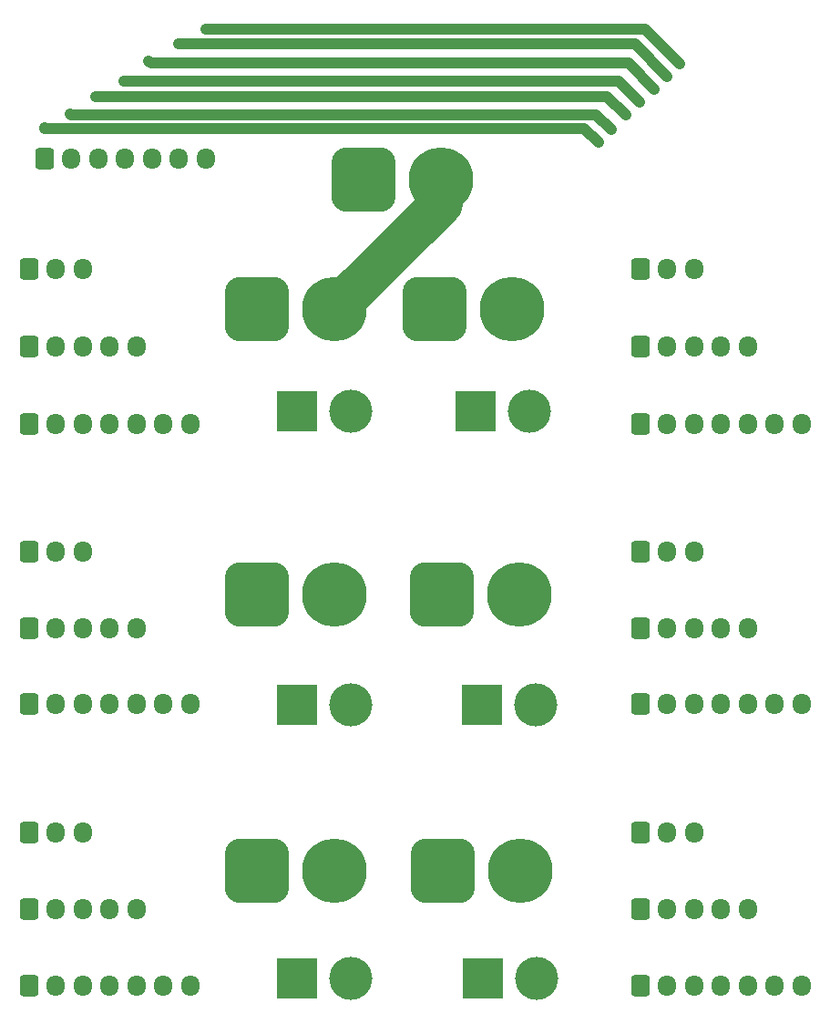
<source format=gbr>
%TF.GenerationSoftware,KiCad,Pcbnew,(5.99.0-10650-gfdcc49d3ee)*%
%TF.CreationDate,2021-06-18T14:28:24+02:00*%
%TF.ProjectId,lipo_parallel_board,6c69706f-5f70-4617-9261-6c6c656c5f62,rev?*%
%TF.SameCoordinates,Original*%
%TF.FileFunction,Copper,L2,Bot*%
%TF.FilePolarity,Positive*%
%FSLAX46Y46*%
G04 Gerber Fmt 4.6, Leading zero omitted, Abs format (unit mm)*
G04 Created by KiCad (PCBNEW (5.99.0-10650-gfdcc49d3ee)) date 2021-06-18 14:28:24*
%MOMM*%
%LPD*%
G01*
G04 APERTURE LIST*
G04 Aperture macros list*
%AMRoundRect*
0 Rectangle with rounded corners*
0 $1 Rounding radius*
0 $2 $3 $4 $5 $6 $7 $8 $9 X,Y pos of 4 corners*
0 Add a 4 corners polygon primitive as box body*
4,1,4,$2,$3,$4,$5,$6,$7,$8,$9,$2,$3,0*
0 Add four circle primitives for the rounded corners*
1,1,$1+$1,$2,$3*
1,1,$1+$1,$4,$5*
1,1,$1+$1,$6,$7*
1,1,$1+$1,$8,$9*
0 Add four rect primitives between the rounded corners*
20,1,$1+$1,$2,$3,$4,$5,0*
20,1,$1+$1,$4,$5,$6,$7,0*
20,1,$1+$1,$6,$7,$8,$9,0*
20,1,$1+$1,$8,$9,$2,$3,0*%
G04 Aperture macros list end*
%TA.AperFunction,ComponentPad*%
%ADD10RoundRect,0.250000X-0.600000X-0.725000X0.600000X-0.725000X0.600000X0.725000X-0.600000X0.725000X0*%
%TD*%
%TA.AperFunction,ComponentPad*%
%ADD11O,1.700000X1.950000*%
%TD*%
%TA.AperFunction,ComponentPad*%
%ADD12RoundRect,1.500000X-1.500000X-1.500000X1.500000X-1.500000X1.500000X1.500000X-1.500000X1.500000X0*%
%TD*%
%TA.AperFunction,ComponentPad*%
%ADD13C,6.000000*%
%TD*%
%TA.AperFunction,ComponentPad*%
%ADD14R,3.800000X3.800000*%
%TD*%
%TA.AperFunction,ComponentPad*%
%ADD15C,4.000000*%
%TD*%
%TA.AperFunction,ViaPad*%
%ADD16C,1.000000*%
%TD*%
%TA.AperFunction,Conductor*%
%ADD17C,1.000000*%
%TD*%
%TA.AperFunction,Conductor*%
%ADD18C,4.000000*%
%TD*%
G04 APERTURE END LIST*
D10*
%TO.P,J2,1,Pin_1*%
%TO.N,Net-(J1-Pad1)*%
X154552000Y-116700000D03*
D11*
%TO.P,J2,2,Pin_2*%
%TO.N,Net-(J1-Pad2)*%
X157052000Y-116700000D03*
%TO.P,J2,3,Pin_3*%
%TO.N,Net-(J1-Pad3)*%
X159552000Y-116700000D03*
%TD*%
D10*
%TO.P,J3,1,Pin_1*%
%TO.N,Net-(J1-Pad1)*%
X97750000Y-64397400D03*
D11*
%TO.P,J3,2,Pin_2*%
%TO.N,Net-(J1-Pad2)*%
X100250000Y-64397400D03*
%TO.P,J3,3,Pin_3*%
%TO.N,Net-(J1-Pad3)*%
X102750000Y-64397400D03*
%TD*%
D12*
%TO.P,J15,1,Pin_1*%
%TO.N,Net-(J12-Pad1)*%
X136106400Y-94650000D03*
D13*
%TO.P,J15,2,Pin_2*%
%TO.N,Net-(J12-Pad2)*%
X143306400Y-94650000D03*
%TD*%
D12*
%TO.P,J25,1,Pin_1*%
%TO.N,Net-(J12-Pad1)*%
X118950000Y-68175000D03*
D13*
%TO.P,J25,2,Pin_2*%
%TO.N,Net-(J12-Pad2)*%
X126150000Y-68175000D03*
%TD*%
D10*
%TO.P,J30,1,Pin_1*%
%TO.N,Net-(J1-Pad1)*%
X154552000Y-97750000D03*
D11*
%TO.P,J30,2,Pin_2*%
%TO.N,Net-(J1-Pad2)*%
X157052000Y-97750000D03*
%TO.P,J30,3,Pin_3*%
%TO.N,Net-(J1-Pad3)*%
X159552000Y-97750000D03*
%TO.P,J30,4,Pin_4*%
%TO.N,Net-(J1-Pad4)*%
X162052000Y-97750000D03*
%TO.P,J30,5,Pin_5*%
%TO.N,Net-(J1-Pad5)*%
X164552000Y-97750000D03*
%TD*%
D10*
%TO.P,J22,1,Pin_1*%
%TO.N,Net-(J1-Pad1)*%
X154552000Y-130950000D03*
D11*
%TO.P,J22,2,Pin_2*%
%TO.N,Net-(J1-Pad2)*%
X157052000Y-130950000D03*
%TO.P,J22,3,Pin_3*%
%TO.N,Net-(J1-Pad3)*%
X159552000Y-130950000D03*
%TO.P,J22,4,Pin_4*%
%TO.N,Net-(J1-Pad4)*%
X162052000Y-130950000D03*
%TO.P,J22,5,Pin_5*%
%TO.N,Net-(J1-Pad5)*%
X164552000Y-130950000D03*
%TO.P,J22,6,Pin_6*%
%TO.N,Net-(J1-Pad6)*%
X167052000Y-130950000D03*
%TO.P,J22,7,Pin_7*%
%TO.N,Net-(J1-Pad7)*%
X169552000Y-130950000D03*
%TD*%
D10*
%TO.P,J31,1,Pin_1*%
%TO.N,Net-(J1-Pad1)*%
X97750000Y-104800000D03*
D11*
%TO.P,J31,2,Pin_2*%
%TO.N,Net-(J1-Pad2)*%
X100250000Y-104800000D03*
%TO.P,J31,3,Pin_3*%
%TO.N,Net-(J1-Pad3)*%
X102750000Y-104800000D03*
%TO.P,J31,4,Pin_4*%
%TO.N,Net-(J1-Pad4)*%
X105250000Y-104800000D03*
%TO.P,J31,5,Pin_5*%
%TO.N,Net-(J1-Pad5)*%
X107750000Y-104800000D03*
%TO.P,J31,6,Pin_6*%
%TO.N,Net-(J1-Pad6)*%
X110250000Y-104800000D03*
%TO.P,J31,7,Pin_7*%
%TO.N,Net-(J1-Pad7)*%
X112750000Y-104800000D03*
%TD*%
D14*
%TO.P,J8,1,Pin_1*%
%TO.N,Net-(J12-Pad1)*%
X139219800Y-77625000D03*
D15*
%TO.P,J8,2,Pin_2*%
%TO.N,Net-(J12-Pad2)*%
X144219800Y-77625000D03*
%TD*%
D10*
%TO.P,J26,1,Pin_1*%
%TO.N,Net-(J1-Pad1)*%
X97750000Y-116700000D03*
D11*
%TO.P,J26,2,Pin_2*%
%TO.N,Net-(J1-Pad2)*%
X100250000Y-116700000D03*
%TO.P,J26,3,Pin_3*%
%TO.N,Net-(J1-Pad3)*%
X102750000Y-116700000D03*
%TD*%
D12*
%TO.P,J9,1,Pin_1*%
%TO.N,Net-(J12-Pad1)*%
X136170800Y-120250000D03*
D13*
%TO.P,J9,2,Pin_2*%
%TO.N,Net-(J12-Pad2)*%
X143370800Y-120250000D03*
%TD*%
D12*
%TO.P,J28,1,Pin_1*%
%TO.N,Net-(J12-Pad1)*%
X128850000Y-56125000D03*
D13*
%TO.P,J28,2,Pin_2*%
%TO.N,Net-(J12-Pad2)*%
X136050000Y-56125000D03*
%TD*%
D12*
%TO.P,J19,1,Pin_1*%
%TO.N,Net-(J12-Pad1)*%
X135469800Y-68175000D03*
D13*
%TO.P,J19,2,Pin_2*%
%TO.N,Net-(J12-Pad2)*%
X142669800Y-68175000D03*
%TD*%
D10*
%TO.P,J27,1,Pin_1*%
%TO.N,Net-(J1-Pad1)*%
X97750000Y-90700000D03*
D11*
%TO.P,J27,2,Pin_2*%
%TO.N,Net-(J1-Pad2)*%
X100250000Y-90700000D03*
%TO.P,J27,3,Pin_3*%
%TO.N,Net-(J1-Pad3)*%
X102750000Y-90700000D03*
%TD*%
D14*
%TO.P,J18,1,Pin_1*%
%TO.N,Net-(J12-Pad1)*%
X122700000Y-77625000D03*
D15*
%TO.P,J18,2,Pin_2*%
%TO.N,Net-(J12-Pad2)*%
X127700000Y-77625000D03*
%TD*%
D10*
%TO.P,J23,1,Pin_1*%
%TO.N,Net-(J1-Pad1)*%
X154552000Y-78773800D03*
D11*
%TO.P,J23,2,Pin_2*%
%TO.N,Net-(J1-Pad2)*%
X157052000Y-78773800D03*
%TO.P,J23,3,Pin_3*%
%TO.N,Net-(J1-Pad3)*%
X159552000Y-78773800D03*
%TO.P,J23,4,Pin_4*%
%TO.N,Net-(J1-Pad4)*%
X162052000Y-78773800D03*
%TO.P,J23,5,Pin_5*%
%TO.N,Net-(J1-Pad5)*%
X164552000Y-78773800D03*
%TO.P,J23,6,Pin_6*%
%TO.N,Net-(J1-Pad6)*%
X167052000Y-78773800D03*
%TO.P,J23,7,Pin_7*%
%TO.N,Net-(J1-Pad7)*%
X169552000Y-78773800D03*
%TD*%
D10*
%TO.P,J16,1,Pin_1*%
%TO.N,Net-(J1-Pad1)*%
X154552000Y-71636400D03*
D11*
%TO.P,J16,2,Pin_2*%
%TO.N,Net-(J1-Pad2)*%
X157052000Y-71636400D03*
%TO.P,J16,3,Pin_3*%
%TO.N,Net-(J1-Pad3)*%
X159552000Y-71636400D03*
%TO.P,J16,4,Pin_4*%
%TO.N,Net-(J1-Pad4)*%
X162052000Y-71636400D03*
%TO.P,J16,5,Pin_5*%
%TO.N,Net-(J1-Pad5)*%
X164552000Y-71636400D03*
%TD*%
D10*
%TO.P,J4,1,Pin_1*%
%TO.N,Net-(J1-Pad1)*%
X154552000Y-123825000D03*
D11*
%TO.P,J4,2,Pin_2*%
%TO.N,Net-(J1-Pad2)*%
X157052000Y-123825000D03*
%TO.P,J4,3,Pin_3*%
%TO.N,Net-(J1-Pad3)*%
X159552000Y-123825000D03*
%TO.P,J4,4,Pin_4*%
%TO.N,Net-(J1-Pad4)*%
X162052000Y-123825000D03*
%TO.P,J4,5,Pin_5*%
%TO.N,Net-(J1-Pad5)*%
X164552000Y-123825000D03*
%TD*%
D10*
%TO.P,J32,1,Pin_1*%
%TO.N,Net-(J1-Pad1)*%
X154552000Y-104800000D03*
D11*
%TO.P,J32,2,Pin_2*%
%TO.N,Net-(J1-Pad2)*%
X157052000Y-104800000D03*
%TO.P,J32,3,Pin_3*%
%TO.N,Net-(J1-Pad3)*%
X159552000Y-104800000D03*
%TO.P,J32,4,Pin_4*%
%TO.N,Net-(J1-Pad4)*%
X162052000Y-104800000D03*
%TO.P,J32,5,Pin_5*%
%TO.N,Net-(J1-Pad5)*%
X164552000Y-104800000D03*
%TO.P,J32,6,Pin_6*%
%TO.N,Net-(J1-Pad6)*%
X167052000Y-104800000D03*
%TO.P,J32,7,Pin_7*%
%TO.N,Net-(J1-Pad7)*%
X169552000Y-104800000D03*
%TD*%
D12*
%TO.P,J21,1,Pin_1*%
%TO.N,Net-(J12-Pad1)*%
X118950000Y-94650000D03*
D13*
%TO.P,J21,2,Pin_2*%
%TO.N,Net-(J12-Pad2)*%
X126150000Y-94650000D03*
%TD*%
D10*
%TO.P,J1,1,Pin_1*%
%TO.N,Net-(J1-Pad1)*%
X99175000Y-54150000D03*
D11*
%TO.P,J1,2,Pin_2*%
%TO.N,Net-(J1-Pad2)*%
X101675000Y-54150000D03*
%TO.P,J1,3,Pin_3*%
%TO.N,Net-(J1-Pad3)*%
X104175000Y-54150000D03*
%TO.P,J1,4,Pin_4*%
%TO.N,Net-(J1-Pad4)*%
X106675000Y-54150000D03*
%TO.P,J1,5,Pin_5*%
%TO.N,Net-(J1-Pad5)*%
X109175000Y-54150000D03*
%TO.P,J1,6,Pin_6*%
%TO.N,Net-(J1-Pad6)*%
X111675000Y-54150000D03*
%TO.P,J1,7,Pin_7*%
%TO.N,Net-(J1-Pad7)*%
X114175000Y-54150000D03*
%TD*%
D12*
%TO.P,J13,1,Pin_1*%
%TO.N,Net-(J12-Pad1)*%
X118950000Y-120250000D03*
D13*
%TO.P,J13,2,Pin_2*%
%TO.N,Net-(J12-Pad2)*%
X126150000Y-120250000D03*
%TD*%
D14*
%TO.P,J20,1,Pin_1*%
%TO.N,Net-(J12-Pad1)*%
X139856400Y-104843600D03*
D15*
%TO.P,J20,2,Pin_2*%
%TO.N,Net-(J12-Pad2)*%
X144856400Y-104843600D03*
%TD*%
D14*
%TO.P,J12,1,Pin_1*%
%TO.N,Net-(J12-Pad1)*%
X122700000Y-130250000D03*
D15*
%TO.P,J12,2,Pin_2*%
%TO.N,Net-(J12-Pad2)*%
X127700000Y-130250000D03*
%TD*%
D10*
%TO.P,J29,1,Pin_1*%
%TO.N,Net-(J1-Pad1)*%
X97750000Y-123825000D03*
D11*
%TO.P,J29,2,Pin_2*%
%TO.N,Net-(J1-Pad2)*%
X100250000Y-123825000D03*
%TO.P,J29,3,Pin_3*%
%TO.N,Net-(J1-Pad3)*%
X102750000Y-123825000D03*
%TO.P,J29,4,Pin_4*%
%TO.N,Net-(J1-Pad4)*%
X105250000Y-123825000D03*
%TO.P,J29,5,Pin_5*%
%TO.N,Net-(J1-Pad5)*%
X107750000Y-123825000D03*
%TD*%
D14*
%TO.P,J14,1,Pin_1*%
%TO.N,Net-(J12-Pad1)*%
X122700000Y-104843600D03*
D15*
%TO.P,J14,2,Pin_2*%
%TO.N,Net-(J12-Pad2)*%
X127700000Y-104843600D03*
%TD*%
D10*
%TO.P,J17,1,Pin_1*%
%TO.N,Net-(J1-Pad1)*%
X97750000Y-97750000D03*
D11*
%TO.P,J17,2,Pin_2*%
%TO.N,Net-(J1-Pad2)*%
X100250000Y-97750000D03*
%TO.P,J17,3,Pin_3*%
%TO.N,Net-(J1-Pad3)*%
X102750000Y-97750000D03*
%TO.P,J17,4,Pin_4*%
%TO.N,Net-(J1-Pad4)*%
X105250000Y-97750000D03*
%TO.P,J17,5,Pin_5*%
%TO.N,Net-(J1-Pad5)*%
X107750000Y-97750000D03*
%TD*%
D10*
%TO.P,J6,1,Pin_1*%
%TO.N,Net-(J1-Pad1)*%
X97750000Y-130950000D03*
D11*
%TO.P,J6,2,Pin_2*%
%TO.N,Net-(J1-Pad2)*%
X100250000Y-130950000D03*
%TO.P,J6,3,Pin_3*%
%TO.N,Net-(J1-Pad3)*%
X102750000Y-130950000D03*
%TO.P,J6,4,Pin_4*%
%TO.N,Net-(J1-Pad4)*%
X105250000Y-130950000D03*
%TO.P,J6,5,Pin_5*%
%TO.N,Net-(J1-Pad5)*%
X107750000Y-130950000D03*
%TO.P,J6,6,Pin_6*%
%TO.N,Net-(J1-Pad6)*%
X110250000Y-130950000D03*
%TO.P,J6,7,Pin_7*%
%TO.N,Net-(J1-Pad7)*%
X112750000Y-130950000D03*
%TD*%
D10*
%TO.P,J7,1,Pin_1*%
%TO.N,Net-(J1-Pad1)*%
X97750000Y-78773800D03*
D11*
%TO.P,J7,2,Pin_2*%
%TO.N,Net-(J1-Pad2)*%
X100250000Y-78773800D03*
%TO.P,J7,3,Pin_3*%
%TO.N,Net-(J1-Pad3)*%
X102750000Y-78773800D03*
%TO.P,J7,4,Pin_4*%
%TO.N,Net-(J1-Pad4)*%
X105250000Y-78773800D03*
%TO.P,J7,5,Pin_5*%
%TO.N,Net-(J1-Pad5)*%
X107750000Y-78773800D03*
%TO.P,J7,6,Pin_6*%
%TO.N,Net-(J1-Pad6)*%
X110250000Y-78773800D03*
%TO.P,J7,7,Pin_7*%
%TO.N,Net-(J1-Pad7)*%
X112750000Y-78773800D03*
%TD*%
D10*
%TO.P,J5,1,Pin_1*%
%TO.N,Net-(J1-Pad1)*%
X97750000Y-71636400D03*
D11*
%TO.P,J5,2,Pin_2*%
%TO.N,Net-(J1-Pad2)*%
X100250000Y-71636400D03*
%TO.P,J5,3,Pin_3*%
%TO.N,Net-(J1-Pad3)*%
X102750000Y-71636400D03*
%TO.P,J5,4,Pin_4*%
%TO.N,Net-(J1-Pad4)*%
X105250000Y-71636400D03*
%TO.P,J5,5,Pin_5*%
%TO.N,Net-(J1-Pad5)*%
X107750000Y-71636400D03*
%TD*%
D14*
%TO.P,J24,1,Pin_1*%
%TO.N,Net-(J12-Pad1)*%
X139920800Y-130250000D03*
D15*
%TO.P,J24,2,Pin_2*%
%TO.N,Net-(J12-Pad2)*%
X144920800Y-130250000D03*
%TD*%
D10*
%TO.P,J10,1,Pin_1*%
%TO.N,Net-(J1-Pad1)*%
X154552000Y-64397400D03*
D11*
%TO.P,J10,2,Pin_2*%
%TO.N,Net-(J1-Pad2)*%
X157052000Y-64397400D03*
%TO.P,J10,3,Pin_3*%
%TO.N,Net-(J1-Pad3)*%
X159552000Y-64397400D03*
%TD*%
D10*
%TO.P,J11,1,Pin_1*%
%TO.N,Net-(J1-Pad1)*%
X154552000Y-90700000D03*
D11*
%TO.P,J11,2,Pin_2*%
%TO.N,Net-(J1-Pad2)*%
X157052000Y-90700000D03*
%TO.P,J11,3,Pin_3*%
%TO.N,Net-(J1-Pad3)*%
X159552000Y-90700000D03*
%TD*%
D16*
%TO.N,Net-(J1-Pad1)*%
X150650000Y-52650000D03*
X99175000Y-51325000D03*
%TO.N,Net-(J1-Pad2)*%
X101575000Y-50025000D03*
X151850000Y-51450000D03*
%TO.N,Net-(J1-Pad3)*%
X153225000Y-50125000D03*
X103975000Y-48375000D03*
%TO.N,Net-(J1-Pad4)*%
X106550000Y-46975000D03*
X154500000Y-48925000D03*
%TO.N,Net-(J1-Pad5)*%
X108900000Y-45075000D03*
X155875000Y-47725000D03*
%TO.N,Net-(J1-Pad6)*%
X157075000Y-46525000D03*
X111675000Y-43500000D03*
%TO.N,Net-(J1-Pad7)*%
X114225000Y-42150000D03*
X158200000Y-45325000D03*
%TD*%
D17*
%TO.N,Net-(J1-Pad1)*%
X149375000Y-51375000D02*
X99225000Y-51375000D01*
X150650000Y-52650000D02*
X149375000Y-51375000D01*
X99225000Y-51375000D02*
X99175000Y-51325000D01*
%TO.N,Net-(J1-Pad2)*%
X101625000Y-50075000D02*
X101575000Y-50025000D01*
X150475000Y-50075000D02*
X101625000Y-50075000D01*
X151850000Y-51450000D02*
X150475000Y-50075000D01*
%TO.N,Net-(J1-Pad3)*%
X153225000Y-50125000D02*
X151475000Y-48375000D01*
X151475000Y-48375000D02*
X103975000Y-48375000D01*
%TO.N,Net-(J1-Pad4)*%
X152550000Y-46975000D02*
X106550000Y-46975000D01*
X154500000Y-48925000D02*
X152550000Y-46975000D01*
%TO.N,Net-(J1-Pad5)*%
X109125000Y-45300000D02*
X108900000Y-45075000D01*
X155875000Y-47725000D02*
X153450000Y-45300000D01*
X153450000Y-45300000D02*
X109125000Y-45300000D01*
%TO.N,Net-(J1-Pad6)*%
X111675000Y-43500000D02*
X154050000Y-43500000D01*
X154050000Y-43500000D02*
X157075000Y-46525000D01*
%TO.N,Net-(J1-Pad7)*%
X155025000Y-42150000D02*
X114225000Y-42150000D01*
X158200000Y-45325000D02*
X155025000Y-42150000D01*
D18*
%TO.N,Net-(J12-Pad2)*%
X126150000Y-68175000D02*
X136050000Y-58275000D01*
X136050000Y-58275000D02*
X136050000Y-56125000D01*
%TD*%
M02*

</source>
